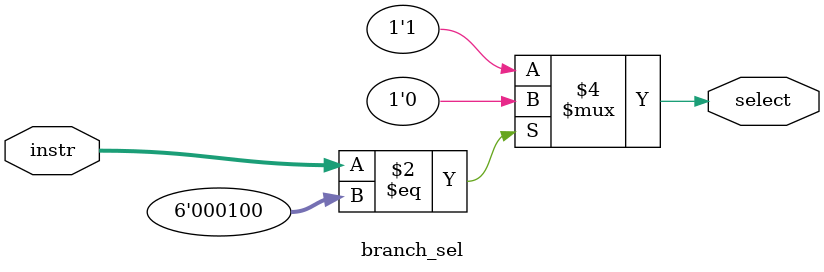
<source format=v>
`timescale 1ns / 1ps

module branch_sel(
		instr,
		select
    );
input [6-1:0] instr;
output reg select;

always@(*)
begin
if(instr == 6'b000100)
	select = 1'b0;
else
	select = 1'b1;
end

endmodule

</source>
